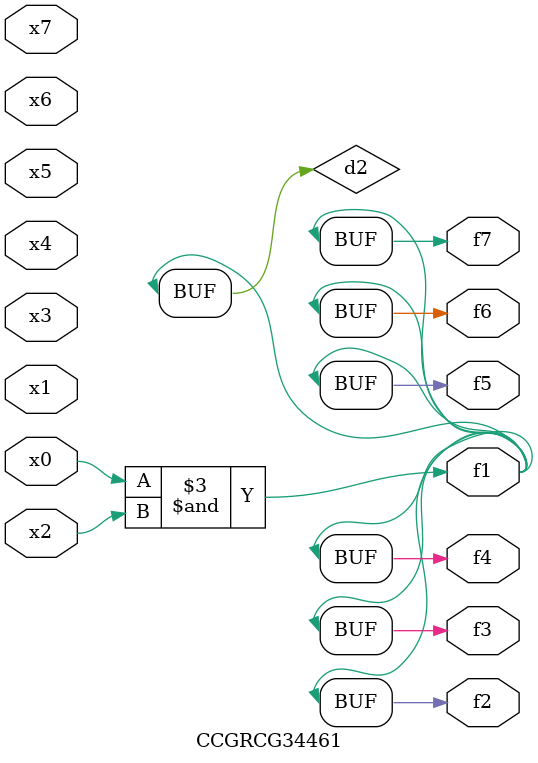
<source format=v>
module CCGRCG34461(
	input x0, x1, x2, x3, x4, x5, x6, x7,
	output f1, f2, f3, f4, f5, f6, f7
);

	wire d1, d2;

	nor (d1, x3, x6);
	and (d2, x0, x2);
	assign f1 = d2;
	assign f2 = d2;
	assign f3 = d2;
	assign f4 = d2;
	assign f5 = d2;
	assign f6 = d2;
	assign f7 = d2;
endmodule

</source>
